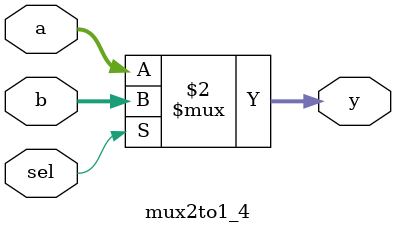
<source format=v>
module mux2to1_4
  (
    input wire [3:0]a,b,
    input wire sel,
    output wire [3:0]y
  );
  
  assign y = (sel==1'b0)?(a):(b);

endmodule
</source>
